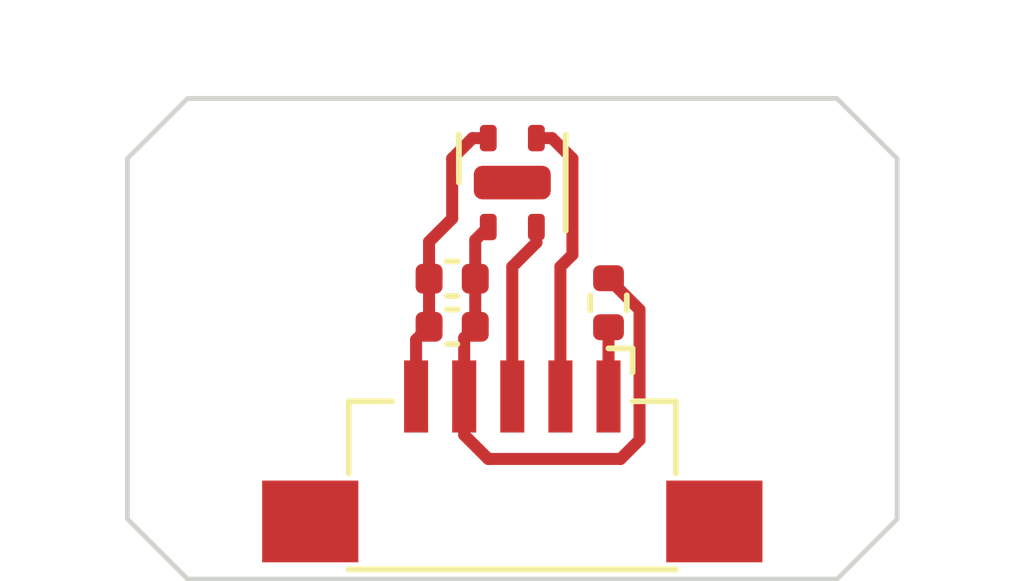
<source format=kicad_pcb>
(kicad_pcb (version 20211014) (generator pcbnew)
  (layers (0 "F.Cu" signal) (31 "B.Cu" signal) (34 "B.Paste" user) (35 "F.Paste" user) (36 "B.SilkS" user "B.Silkscreen") (37 "F.SilkS" user "F.Silkscreen") (38 "B.Mask" user) (39 "F.Mask" user) (44 "Edge.Cuts" user))
  (net 0 "")
  (net 1 "EXT_INT_N")
  (net 2 "GND")
  (net 3 "I2C_EXT_SCL")
  (net 4 "I2C_EXT_SDA")
  (net 6 "+3V3")
  (footprint "MountingHole:MountingHole_2.2mm_M2" (layer "F.Cu") (at 152.75 107)
    (fp_text reference "H102" hide)
    (fp_text value "MountingHole")
    (pad "" np_thru_hole circle (at 0 0) (size 2.2 2.2) (drill 2.2) (layers *.Cu *.Mask))
  )
  (footprint "MountingHole:MountingHole_2.2mm_M2" (layer "F.Cu") (at 141.75 107)
    (fp_text reference "H101" hide)
    (fp_text value "MountingHole")
    (pad "" np_thru_hole circle (at 0 0) (size 2.2 2.2) (drill 2.2) (layers *.Cu *.Mask))
  )
  (footprint "Capacitor_SMD:C_0402_1005Metric" (layer "F.Cu") (at 146 106.75 180)
    (fp_text reference "C102" hide)
    (fp_text value "1uF")
    (fp_line (start -0.107836 -0.36) (end 0.107836 -0.36) (layer "F.SilkS") (width 0.12))
    (fp_line (start -0.107836 0.36) (end 0.107836 0.36) (layer "F.SilkS") (width 0.12))
    (pad "1" smd roundrect (at -0.48 0 180) (size 0.56 0.62) (layers "F.Cu" "F.Paste" "F.Mask") (net 6 "+3V3"))
    (pad "2" smd roundrect (at 0.48 0 180) (size 0.56 0.62) (layers "F.Cu" "F.Paste" "F.Mask") (net 2 "GND"))
  )
  (footprint "Resistor_SMD:R_0402_1005Metric" (layer "F.Cu") (at 149.25 106.25 90)
    (fp_text reference "R101" hide)
    (fp_text value "100K")
    (fp_line (start -0.153641 -0.38) (end 0.153641 -0.38) (layer "F.SilkS") (width 0.12))
    (fp_line (start -0.153641 0.38) (end 0.153641 0.38) (layer "F.SilkS") (width 0.12))
    (pad "1" smd roundrect (at -0.51 0 90) (size 0.54 0.64) (layers "F.Cu" "F.Paste" "F.Mask") (net 1 "EXT_INT_N"))
    (pad "2" smd roundrect (at 0.51 0 90) (size 0.54 0.64) (layers "F.Cu" "F.Paste" "F.Mask") (net 6 "+3V3"))
  )
  (footprint "Capacitor_SMD:C_0402_1005Metric" (layer "F.Cu") (at 146 105.75 180)
    (fp_text reference "C101" hide)
    (fp_text value "100nF")
    (fp_line (start -0.107836 -0.36) (end 0.107836 -0.36) (layer "F.SilkS") (width 0.12))
    (fp_line (start -0.107836 0.36) (end 0.107836 0.36) (layer "F.SilkS") (width 0.12))
    (pad "1" smd roundrect (at -0.48 0 180) (size 0.56 0.62) (layers "F.Cu" "F.Paste" "F.Mask") (net 6 "+3V3"))
    (pad "2" smd roundrect (at 0.48 0 180) (size 0.56 0.62) (layers "F.Cu" "F.Paste" "F.Mask") (net 2 "GND"))
  )
  (footprint "fancontroller:F1002-B-05-20T-R" (layer "F.Cu") (at 147.25 109.5 180)
    (fp_text reference "J101" hide)
    (fp_text value "F1002-B-05-20T-R")
    (fp_line (start 3.4 1.2) (end 2.5 1.2) (layer "F.SilkS") (width 0.12))
    (fp_line (start 3.4 -0.3) (end 3.4 1.2) (layer "F.SilkS") (width 0.12))
    (fp_line (start -3.4 -2.3) (end 3.4 -2.3) (layer "F.SilkS") (width 0.12))
    (fp_line (start -2.5 1.8) (end -2.5 2.2) (layer "F.SilkS") (width 0.12))
    (fp_line (start -2.5 2.3) (end -2 2.3) (layer "F.SilkS") (width 0.12))
    (fp_line (start -2.5 2.2) (end -2.5 2.3) (layer "F.SilkS") (width 0.12))
    (fp_line (start -3.4 -0.3) (end -3.4 1.2) (layer "F.SilkS") (width 0.12))
    (fp_line (start -3.4 1.2) (end -2.5 1.2) (layer "F.SilkS") (width 0.12))
    (pad "" smd rect (at 4.2 -1.3 270) (size 1.7 2) (layers "F.Cu" "F.Paste" "F.Mask"))
    (pad "" smd rect (at -4.2 -1.3 270) (size 1.7 2) (layers "F.Cu" "F.Paste" "F.Mask"))
    (pad "1" smd rect (at -2 1.3 270) (size 1.5 0.5) (layers "F.Cu" "F.Paste" "F.Mask") (net 1 "EXT_INT_N"))
    (pad "2" smd rect (at -1 1.3 270) (size 1.5 0.5) (layers "F.Cu" "F.Paste" "F.Mask") (net 4 "I2C_EXT_SDA"))
    (pad "3" smd rect (at 0 1.3 270) (size 1.5 0.5) (layers "F.Cu" "F.Paste" "F.Mask") (net 3 "I2C_EXT_SCL"))
    (pad "4" smd rect (at 1 1.3 270) (size 1.5 0.5) (layers "F.Cu" "F.Paste" "F.Mask") (net 6 "+3V3"))
    (pad "5" smd rect (at 2 1.3 270) (size 1.5 0.5) (layers "F.Cu" "F.Paste" "F.Mask") (net 2 "GND"))
  )
  (footprint "Sensor_Humidity:Sensirion_DFN-4-1EP_2x2mm_P1mm_EP0.7x1.6mm" (layer "F.Cu") (at 147.25 103.75 90)
    (fp_text reference "U101" hide)
    (fp_text value "SHTC3")
    (fp_line (start -1 1.11) (end 1 1.11) (layer "F.SilkS") (width 0.12))
    (fp_line (start 0 -1.11) (end 1 -1.11) (layer "F.SilkS") (width 0.12))
    (pad "1" smd roundrect (at -0.925 -0.5 90) (size 0.55 0.35) (layers "F.Cu" "F.Mask") (net 6 "+3V3"))
    (pad "2" smd roundrect (at -0.925 0.5 90) (size 0.55 0.35) (layers "F.Cu" "F.Mask") (net 3 "I2C_EXT_SCL"))
    (pad "3" smd roundrect (at 0.925 0.5 90) (size 0.55 0.35) (layers "F.Cu" "F.Mask") (net 4 "I2C_EXT_SDA"))
    (pad "4" smd roundrect (at 0.925 -0.5 90) (size 0.55 0.35) (layers "F.Cu" "F.Mask") (net 2 "GND"))
    (pad "5" smd roundrect (at 0 0 90) (size 0.7 1.6) (layers "F.Cu" "F.Mask"))
  )
  (gr_poly (pts (xy 139.25 110.75) (xy 139.25 103.25) (xy 140.5 102) (xy 154 102) (xy 155.25 103.25) (xy 155.25 110.75) (xy 154 112) (xy 140.5 112)) (layer "Edge.Cuts") (width 0.1) (fill none))
  (segment (start 149.25 108.2) (end 149.25 106.76) (width 0.25) (layer "F.Cu") (net 1))
  (segment (start 145.52 104.98) (end 146 104.5) (width 0.25) (layer "F.Cu") (net 2))
  (segment (start 146 103.25) (end 146.425 102.825) (width 0.25) (layer "F.Cu") (net 2))
  (segment (start 145.25 108.2) (end 145.25 107.02) (width 0.25) (layer "F.Cu") (net 2))
  (segment (start 145.52 106.75) (end 145.52 105.75) (width 0.25) (layer "F.Cu") (net 2))
  (segment (start 146.425 102.825) (end 146.75 102.825) (width 0.25) (layer "F.Cu") (net 2))
  (segment (start 145.52 105.75) (end 145.52 104.98) (width 0.25) (layer "F.Cu") (net 2))
  (segment (start 146 104.5) (end 146 103.25) (width 0.25) (layer "F.Cu") (net 2))
  (segment (start 145.25 107.02) (end 145.52 106.75) (width 0.25) (layer "F.Cu") (net 2))
  (segment (start 147.75 104.675) (end 147.75 105) (width 0.25) (layer "F.Cu") (net 3))
  (segment (start 147.75 105) (end 147.25 105.5) (width 0.25) (layer "F.Cu") (net 3))
  (segment (start 147.25 105.5) (end 147.25 108.2) (width 0.25) (layer "F.Cu") (net 3))
  (segment (start 148.5 103.25) (end 148.5 105.25) (width 0.25) (layer "F.Cu") (net 4))
  (segment (start 148.25 108.2) (end 148.25 105.5) (width 0.25) (layer "F.Cu") (net 4))
  (segment (start 147.75 102.825) (end 148.075 102.825) (width 0.25) (layer "F.Cu") (net 4))
  (segment (start 148.075 102.825) (end 148.5 103.25) (width 0.25) (layer "F.Cu") (net 4))
  (segment (start 148.25 105.5) (end 148.5 105.25) (width 0.25) (layer "F.Cu") (net 4))
  (segment (start 146.25 106.98) (end 146.48 106.75) (width 0.25) (layer "F.Cu") (net 6))
  (segment (start 146.48 106.75) (end 146.48 105.75) (width 0.25) (layer "F.Cu") (net 6))
  (segment (start 146.75 109.5) (end 146.25 109) (width 0.25) (layer "F.Cu") (net 6))
  (segment (start 149.5 109.5) (end 146.75 109.5) (width 0.25) (layer "F.Cu") (net 6))
  (segment (start 146.25 109) (end 146.25 108.2) (width 0.25) (layer "F.Cu") (net 6))
  (segment (start 146.48 104.945) (end 146.75 104.675) (width 0.25) (layer "F.Cu") (net 6))
  (segment (start 149.25 105.75) (end 149.895 106.395) (width 0.25) (layer "F.Cu") (net 6))
  (segment (start 149.25 105.74) (end 149.25 105.75) (width 0.25) (layer "F.Cu") (net 6))
  (segment (start 146.25 108.2) (end 146.25 106.98) (width 0.25) (layer "F.Cu") (net 6))
  (segment (start 146.48 105.75) (end 146.48 104.945) (width 0.25) (layer "F.Cu") (net 6))
  (segment (start 149.895 109.105) (end 149.5 109.5) (width 0.25) (layer "F.Cu") (net 6))
  (segment (start 149.895 106.395) (end 149.895 109.105) (width 0.25) (layer "F.Cu") (net 6))
)
</source>
